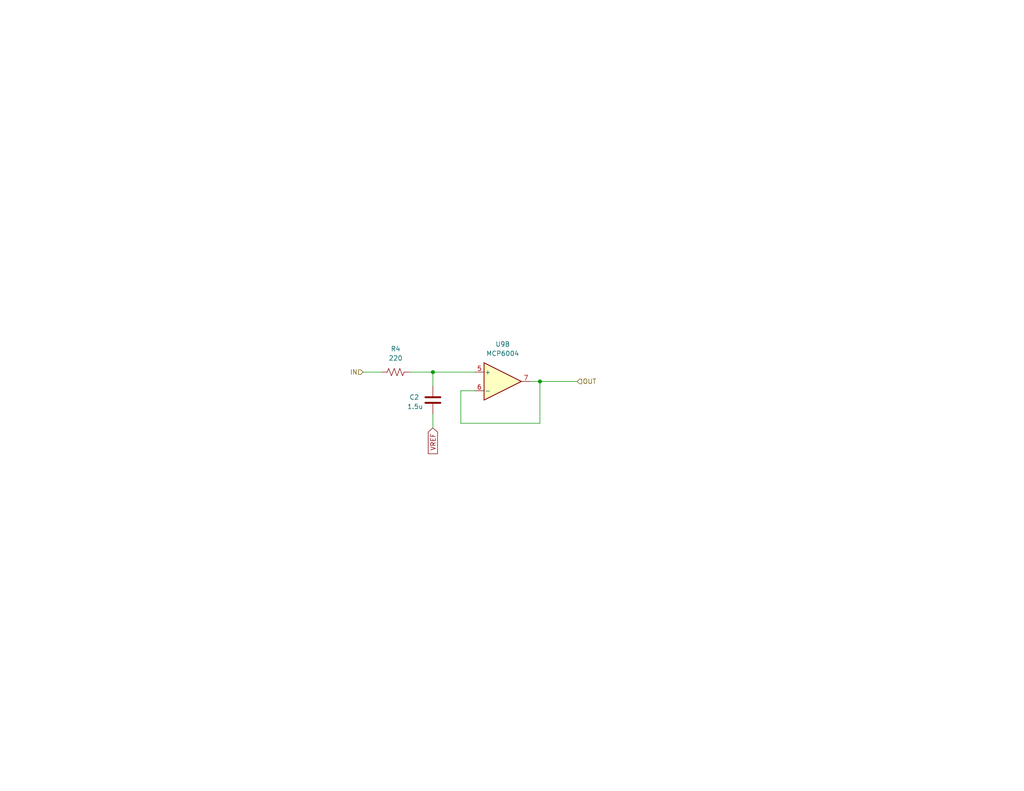
<source format=kicad_sch>
(kicad_sch (version 20250114) (generator "eeschema") (generator_version "9.0")
  (paper "USLetter")
  (title_block (title "EL223FP4L1") (date "2025-05-08") (rev "1") (company "Boles & Walker"))
  (lib_symbols
    (symbol "Amplifier_Operational:MCP6004" (pin_names (offset 0.127))
      (property "Reference" "U" (at 0 5.08 0))
      (property "Value" "MCP6004" (at 0 -5.08 0))
      (symbol "MCP6004_1_1"
        (polyline (pts (xy -5.08 5.08) (xy 5.08 0) (xy -5.08 -5.08) (xy -5.08 5.08)) (stroke (width 0.254)) (fill (type background)))
        (pin input line (at -7.62 2.54 0) (length 2.54) (name "+") (number "3"))
        (pin input line (at -7.62 -2.54 0) (length 2.54) (name "-") (number "2"))
        (pin output line (at 7.62 0 180) (length 2.54) (name "~") (number "1"))
      )
      (symbol "MCP6004_2_1"
        (polyline (pts (xy -5.08 5.08) (xy 5.08 0) (xy -5.08 -5.08) (xy -5.08 5.08)) (stroke (width 0.254)) (fill (type background)))
        (pin input line (at -7.62 2.54 0) (length 2.54) (name "+") (number "5"))
        (pin input line (at -7.62 -2.54 0) (length 2.54) (name "-") (number "6"))
        (pin output line (at 7.62 0 180) (length 2.54) (name "~") (number "7"))
      )
      (symbol "MCP6004_3_1"
        (polyline (pts (xy -5.08 5.08) (xy 5.08 0) (xy -5.08 -5.08) (xy -5.08 5.08)) (stroke (width 0.254)) (fill (type background)))
        (pin input line (at -7.62 2.54 0) (length 2.54) (name "+") (number "10"))
        (pin input line (at -7.62 -2.54 0) (length 2.54) (name "-") (number "9"))
        (pin output line (at 7.62 0 180) (length 2.54) (name "~") (number "8"))
      )
      (symbol "MCP6004_4_1"
        (polyline (pts (xy -5.08 5.08) (xy 5.08 0) (xy -5.08 -5.08) (xy -5.08 5.08)) (stroke (width 0.254)) (fill (type background)))
        (pin input line (at -7.62 2.54 0) (length 2.54) (name "+") (number "12"))
        (pin input line (at -7.62 -2.54 0) (length 2.54) (name "-") (number "13"))
        (pin output line (at 7.62 0 180) (length 2.54) (name "~") (number "14"))
      )
      (symbol "MCP6004_5_1"
        (pin power_in line (at -2.54 7.62 270) (length 3.81) (name "V+") (number "4"))
        (pin power_in line (at -2.54 -7.62 90) (length 3.81) (name "V-") (number "11"))
      )
    )
    (symbol "Device:C" (pin_numbers (hide yes)) (pin_names (offset 0.254))
      (property "Reference" "C" (at 0.635 2.54 0))
      (property "Value" "C" (at 0.635 -2.54 0))
      (symbol "C_0_1"
        (polyline (pts (xy -2.032 0.762) (xy 2.032 0.762)) (stroke (width 0.508)))
        (polyline (pts (xy -2.032 -0.762) (xy 2.032 -0.762)) (stroke (width 0.508)))
      )
      (symbol "C_1_1"
        (pin passive line (at 0 3.81 270) (length 2.794) (name "~") (number "1"))
        (pin passive line (at 0 -3.81 90) (length 2.794) (name "~") (number "2"))
      )
    )
    (symbol "Device:R_US" (pin_numbers (hide yes)) (pin_names (offset 0))
      (property "Reference" "R" (at 2.54 0 90))
      (property "Value" "R_US" (at -2.54 0 90))
      (symbol "R_US_0_1"
        (polyline (pts (xy 0 2.286) (xy 0 2.54)))
        (polyline (pts (xy 0 2.286) (xy 1.016 1.905) (xy 0 1.524) (xy -1.016 1.143) (xy 0 0.762)))
        (polyline (pts (xy 0 0.762) (xy 1.016 0.381) (xy 0 0) (xy -1.016 -0.381) (xy 0 -0.762)))
        (polyline (pts (xy 0 -0.762) (xy 1.016 -1.143) (xy 0 -1.524) (xy -1.016 -1.905) (xy 0 -2.286)))
        (polyline (pts (xy 0 -2.286) (xy 0 -2.54)))
      )
      (symbol "R_US_1_1"
        (pin passive line (at 0 3.81 270) (length 1.27) (name "~") (number "1"))
        (pin passive line (at 0 -3.81 90) (length 1.27) (name "~") (number "2"))
      )
    )
  )
  (junction (at 118.11 101.6))
  (junction (at 147.32 104.14))
  (wire (pts (xy 125.73 106.68) (xy 125.73 115.57)))
  (wire (pts (xy 147.32 104.14) (xy 157.48 104.14)))
  (wire (pts (xy 118.11 101.6) (xy 129.54 101.6)))
  (wire (pts (xy 147.32 115.57) (xy 147.32 104.14)))
  (wire (pts (xy 147.32 104.14) (xy 144.78 104.14)))
  (wire (pts (xy 111.76 101.6) (xy 118.11 101.6)))
  (wire (pts (xy 125.73 115.57) (xy 147.32 115.57)))
  (wire (pts (xy 118.11 105.41) (xy 118.11 101.6)))
  (wire (pts (xy 99.06 101.6) (xy 104.14 101.6)))
  (wire (pts (xy 129.54 106.68) (xy 125.73 106.68)))
  (wire (pts (xy 118.11 113.03) (xy 118.11 116.84)))
  (global_label "VREF" (shape input) (at 118.11 116.84 270) (property "Intersheetrefs" "${INTERSHEET_REFS}" (effects (hide yes))))
  (hierarchical_label "OUT" (shape input) (at 157.48 104.14 0))
  (hierarchical_label "IN" (shape input) (at 99.06 101.6 180))
  (symbol (lib_id "Amplifier_Operational:MCP6004") (at 137.16 104.14 0) (unit 2)
    (property "Reference" "U9" (at 137.16 93.98 0))
    (property "Value" "MCP6004" (at 137.16 96.52 0))
    (property "Datasheet" "http://ww1.microchip.com/downloads/en/DeviceDoc/21733j.pdf" (effects (hide yes)))
    (property "Description" "1MHz, Low-Power Op Amp, DIP-14/SOIC-14/TSSOP-14" (effects (hide yes)))
    (property "Sim.Library" "MCP6001.lib" (effects (hide yes)))
    (property "Sim.Name" "MCP6004" (effects (hide yes)))
    (property "Sim.Device" "SUBCKT" (effects (hide yes)))
    (property "Sim.Pins" "1=OUTA 2=A- 3=A+ 4=VDD 5=B+ 6=B- 7=OUTB 8=OUTC 9=C- 10=C+ 11=VSS 12=D+ 13=D- 14=OUTD" (effects (hide yes)))
  )
  (symbol (lib_id "Device:R_US") (at 107.95 101.6 90) (unit 1)
    (property "Reference" "R4" (at 107.95 95.25 90))
    (property "Value" "220" (at 107.95 97.79 90))
    (property "Description" "Resistor, US symbol" (effects (hide yes)))
  )
  (symbol (lib_id "Device:C") (at 118.11 109.22 180) (unit 1)
    (property "Reference" "C2" (at 113.03 108.458 0))
    (property "Value" "1.5u" (at 113.284 110.998 0))
    (property "Description" "Unpolarized capacitor" (effects (hide yes)))
  )
)
</source>
